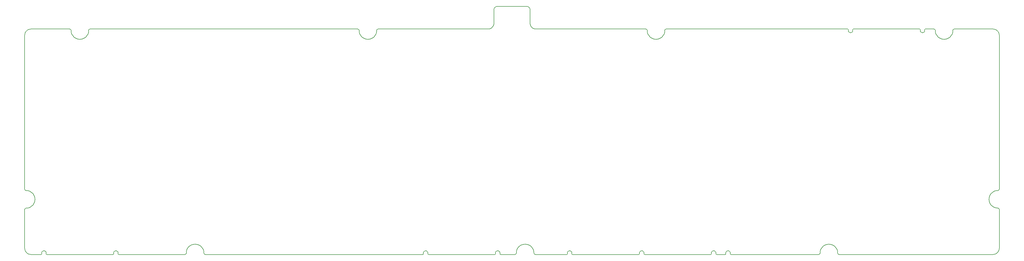
<source format=gm1>
G04 #@! TF.GenerationSoftware,KiCad,Pcbnew,(5.99.0-10161-g3a96736b1f)*
G04 #@! TF.CreationDate,2021-06-27T22:26:18+03:00*
G04 #@! TF.ProjectId,lyra_beta,6c797261-5f62-4657-9461-2e6b69636164,rev?*
G04 #@! TF.SameCoordinates,Original*
G04 #@! TF.FileFunction,Profile,NP*
%FSLAX46Y46*%
G04 Gerber Fmt 4.6, Leading zero omitted, Abs format (unit mm)*
G04 Created by KiCad (PCBNEW (5.99.0-10161-g3a96736b1f)) date 2021-06-27 22:26:18*
%MOMM*%
%LPD*%
G01*
G04 APERTURE LIST*
%ADD10C,0.200000*%
G04 APERTURE END LIST*
D10*
X385763100Y-61350000D02*
X385466596Y-61335027D01*
X385178656Y-61291085D01*
X384900738Y-61219634D01*
X384634300Y-61122135D01*
X384380799Y-61000050D01*
X384141693Y-60854840D01*
X383918441Y-60687965D01*
X383712500Y-60500887D01*
X383525327Y-60295067D01*
X383358381Y-60071967D01*
X383213119Y-59833048D01*
X383091000Y-59579770D01*
X382993480Y-59313595D01*
X382922018Y-59035984D01*
X382878072Y-58748399D01*
X382863100Y-58452300D01*
X110916800Y-132549800D02*
X111104895Y-132456882D01*
X111160300Y-132299900D01*
X235087100Y-57949200D02*
X198659000Y-57950000D01*
X388663100Y-58450000D02*
X388648127Y-58746503D01*
X388604181Y-59034443D01*
X388532719Y-59312361D01*
X388435200Y-59578800D01*
X388313080Y-59832300D01*
X388167818Y-60071406D01*
X388000872Y-60294658D01*
X387813700Y-60500600D01*
X387607758Y-60687772D01*
X387384506Y-60854718D01*
X387145400Y-60999980D01*
X386891900Y-61122100D01*
X386625461Y-61219619D01*
X386347543Y-61291081D01*
X386059603Y-61335027D01*
X385763100Y-61350000D01*
X141512000Y-132549800D02*
X212320200Y-132550099D01*
X135212699Y-132051899D02*
X135212600Y-132049800D01*
X309556100Y-131325699D02*
X309779122Y-131359418D01*
X309975426Y-131453790D01*
X310134832Y-131598634D01*
X310247159Y-131783770D01*
X310302227Y-131999018D01*
X310306100Y-132075699D01*
X310957300Y-132550000D02*
X311557300Y-132550000D01*
X404011899Y-110898700D02*
X404011899Y-60050000D01*
X377862300Y-58424300D02*
X377862300Y-58200000D01*
X250135300Y-132048900D02*
X250135200Y-132071700D01*
X377612300Y-57950000D02*
X376931656Y-57950000D01*
X376251013Y-57950000D01*
X375570371Y-57950000D01*
X374889729Y-57950000D01*
X374209087Y-57950000D01*
X373528446Y-57950000D01*
X372847806Y-57950000D01*
X372167165Y-57950000D01*
X371486525Y-57950000D01*
X370805885Y-57950000D01*
X370125246Y-57950000D01*
X369444606Y-57950000D01*
X368763967Y-57950000D01*
X368083328Y-57950000D01*
X367402689Y-57950000D01*
X366722050Y-57950000D01*
X366041410Y-57950000D01*
X365360771Y-57950000D01*
X364680132Y-57950000D01*
X363999493Y-57950000D01*
X363318853Y-57950000D01*
X362638214Y-57950000D01*
X361957574Y-57950000D01*
X361276934Y-57950000D01*
X360596293Y-57950000D01*
X359915653Y-57950000D01*
X359235012Y-57950000D01*
X358554370Y-57950000D01*
X357873728Y-57950000D01*
X357193086Y-57950000D01*
X356512443Y-57950000D01*
X355831800Y-57950000D01*
X82245800Y-111400500D02*
X82262100Y-111400300D01*
X261944000Y-131325699D02*
X262167022Y-131359418D01*
X262363326Y-131453790D01*
X262522732Y-131598634D01*
X262635059Y-131783770D01*
X262690127Y-131999018D01*
X262694000Y-132075699D01*
X87129799Y-132549900D02*
X87314863Y-132468005D01*
X87379799Y-132299900D01*
X236910800Y-56049600D02*
X236890766Y-56310589D01*
X236832323Y-56568986D01*
X236737956Y-56819750D01*
X236610150Y-57057842D01*
X236451392Y-57278222D01*
X236264168Y-57475849D01*
X236050963Y-57645686D01*
X235814262Y-57782690D01*
X235556552Y-57881824D01*
X235280319Y-57938046D01*
X235087100Y-57949200D01*
X353758900Y-57950000D02*
X293912700Y-57950000D01*
X403533600Y-111398200D02*
X403742375Y-111342581D01*
X403903726Y-111209354D01*
X403997041Y-111020103D01*
X404011899Y-110898700D01*
X389162900Y-57950000D02*
X388951727Y-57996698D01*
X388784546Y-58123588D01*
X388682994Y-58310860D01*
X388662900Y-58433700D01*
X88879799Y-132299900D02*
X88961693Y-132484964D01*
X89129799Y-132549900D01*
X404011899Y-117698399D02*
X403963247Y-117482910D01*
X403831797Y-117314211D01*
X403639306Y-117214888D01*
X403514000Y-117198000D01*
X214338300Y-131325699D02*
X214561322Y-131359418D01*
X214757626Y-131453790D01*
X214917032Y-131598634D01*
X215029359Y-131783770D01*
X215084427Y-131999018D01*
X215088300Y-132075699D01*
X285775600Y-131325699D02*
X285998622Y-131359418D01*
X286194926Y-131453790D01*
X286354332Y-131598634D01*
X286466659Y-131783770D01*
X286521727Y-131999018D01*
X286525600Y-132075699D01*
X237413500Y-132075699D02*
X237447219Y-131852676D01*
X237541591Y-131656372D01*
X237686435Y-131496966D01*
X237871571Y-131384639D01*
X238086819Y-131329571D01*
X238163500Y-131325699D01*
X81762100Y-60050000D02*
X81762100Y-110900500D01*
X103412000Y-57950000D02*
X103200826Y-57996698D01*
X103033645Y-58123588D01*
X102932094Y-58310860D01*
X102912000Y-58433700D01*
X215088300Y-132075699D02*
X215088300Y-132300000D01*
X134712300Y-132549800D02*
X134927789Y-132501148D01*
X135096488Y-132369697D01*
X135195810Y-132177205D01*
X135212699Y-132051899D01*
X81762100Y-130449999D02*
X81773000Y-130663805D01*
X81804981Y-130871644D01*
X81856965Y-131072433D01*
X81927873Y-131265094D01*
X82016625Y-131448548D01*
X82122143Y-131621713D01*
X82243349Y-131783511D01*
X82379162Y-131932862D01*
X82528505Y-132068686D01*
X82690298Y-132189903D01*
X82863462Y-132295433D01*
X83046920Y-132384198D01*
X83239591Y-132455117D01*
X83440397Y-132507109D01*
X83648260Y-132539097D01*
X83862100Y-132550000D01*
X212320200Y-132550099D02*
X212320200Y-132550000D01*
X83862100Y-57950000D02*
X83648144Y-57960892D01*
X83440196Y-57992853D01*
X83239331Y-58044805D01*
X83046624Y-58115675D01*
X82863152Y-58204384D01*
X82689990Y-58309859D01*
X82528214Y-58431023D01*
X82378899Y-58566800D01*
X82243122Y-58716114D01*
X82121959Y-58877890D01*
X82016484Y-59051052D01*
X81927774Y-59234525D01*
X81856905Y-59427231D01*
X81804953Y-59628096D01*
X81772992Y-59836044D01*
X81762100Y-60050000D01*
X81762100Y-117700200D02*
X81762100Y-130449999D01*
X350563000Y-132048900D02*
X350562900Y-132071700D01*
X344763000Y-132050000D02*
X344777972Y-131753495D01*
X344821918Y-131465555D01*
X344893380Y-131187637D01*
X344990900Y-130921199D01*
X345113019Y-130667698D01*
X345258281Y-130428593D01*
X345425227Y-130205340D01*
X345612400Y-129999399D01*
X345818341Y-129812227D01*
X346041593Y-129645280D01*
X346280699Y-129500019D01*
X346534200Y-129377899D01*
X346800638Y-129280380D01*
X347078556Y-129208918D01*
X347366496Y-129164972D01*
X347663000Y-129150000D01*
X250686900Y-57950000D02*
X250400319Y-57925365D01*
X250130356Y-57854776D01*
X249879537Y-57743204D01*
X249650390Y-57595619D01*
X249445440Y-57416993D01*
X249267214Y-57212296D01*
X249118240Y-56986500D01*
X249001045Y-56744576D01*
X248918154Y-56491494D01*
X248872095Y-56232227D01*
X248863100Y-56058400D01*
X113911499Y-132549900D02*
X134712300Y-132549800D01*
X247235300Y-129150000D02*
X247531879Y-129164973D01*
X247820026Y-129208920D01*
X248098253Y-129280381D01*
X248365070Y-129377896D01*
X248618990Y-129500006D01*
X248858525Y-129645249D01*
X249082187Y-129812167D01*
X249288487Y-129999300D01*
X249475938Y-130205187D01*
X249643050Y-130428369D01*
X249788337Y-130667386D01*
X249910310Y-130920778D01*
X250007481Y-131187085D01*
X250078362Y-131464848D01*
X250121464Y-131752606D01*
X250135300Y-132048900D01*
X350562900Y-132071700D02*
X350618518Y-132280476D01*
X350751745Y-132441826D01*
X350940996Y-132535142D01*
X351062400Y-132550000D01*
X378612300Y-59174300D02*
X378389277Y-59140580D01*
X378192973Y-59046208D01*
X378033567Y-58901364D01*
X377921240Y-58716228D01*
X377866172Y-58500980D01*
X377862300Y-58424300D01*
X110910300Y-132549900D02*
X110916800Y-132549800D01*
X243835000Y-132550000D02*
X244050489Y-132501348D01*
X244219188Y-132369897D01*
X244318511Y-132177406D01*
X244335400Y-132052100D01*
X287613000Y-58444500D02*
X287562021Y-58229723D01*
X287429187Y-58062630D01*
X287237057Y-57965512D01*
X287113000Y-57950000D01*
X262694000Y-132300000D02*
X262775894Y-132485064D01*
X262944000Y-132550000D01*
X379612300Y-57950000D02*
X379427235Y-58031894D01*
X379362300Y-58200000D01*
X83862100Y-132550000D02*
X87129799Y-132549900D01*
X284195800Y-132550000D02*
X284775600Y-132550000D01*
X212320200Y-132550000D02*
X213338300Y-132550000D01*
X403510800Y-111398100D02*
X403533600Y-111398200D01*
X238011000Y-50449900D02*
X237790923Y-50472503D01*
X237585198Y-50537218D01*
X237398446Y-50639406D01*
X237235287Y-50774425D01*
X237100342Y-50937634D01*
X236998232Y-51124393D01*
X236933578Y-51330062D01*
X236911000Y-51550000D01*
X88129799Y-131325600D02*
X88352821Y-131359319D01*
X88549125Y-131453691D01*
X88708531Y-131598535D01*
X88820858Y-131783671D01*
X88875926Y-131998919D01*
X88879799Y-132075600D01*
X310306100Y-132075699D02*
X310306100Y-132300000D01*
X287612900Y-58452300D02*
X287613000Y-58444500D01*
X87379799Y-132299900D02*
X87379799Y-132075600D01*
X382863200Y-58444500D02*
X382812221Y-58229723D01*
X382679387Y-58062630D01*
X382487257Y-57965512D01*
X382363200Y-57950000D01*
X403511899Y-117198100D02*
X403215395Y-117183127D01*
X402927455Y-117139181D01*
X402649537Y-117067719D01*
X402383099Y-116970200D01*
X402129598Y-116848080D01*
X401890493Y-116702818D01*
X401667241Y-116535872D01*
X401461299Y-116348700D01*
X401274127Y-116142758D01*
X401107181Y-115919506D01*
X400961919Y-115680400D01*
X400839799Y-115426900D01*
X400742280Y-115160461D01*
X400670818Y-114882543D01*
X400626872Y-114594603D01*
X400611900Y-114298100D01*
X382863100Y-58452300D02*
X382863200Y-58444500D01*
X285025600Y-132300000D02*
X285025600Y-132075699D01*
X354081800Y-58424300D02*
X354081800Y-58200000D01*
X244335300Y-132050000D02*
X244337731Y-131753792D01*
X244372369Y-131466073D01*
X244437421Y-131188306D01*
X244531095Y-130921959D01*
X244651598Y-130668496D01*
X244797138Y-130429384D01*
X244965924Y-130206088D01*
X245156162Y-130000075D01*
X245366061Y-129812808D01*
X245593828Y-129645755D01*
X245837671Y-129500382D01*
X246095798Y-129378153D01*
X246366417Y-129280534D01*
X246647734Y-129208992D01*
X246937960Y-129164992D01*
X247235300Y-129150000D01*
X237163500Y-132550000D02*
X237348564Y-132468105D01*
X237413500Y-132300000D01*
X286775600Y-132550000D02*
X287456243Y-132550000D01*
X288136886Y-132550000D01*
X288817528Y-132550000D01*
X289498170Y-132550000D01*
X290178812Y-132550000D01*
X290859453Y-132550000D01*
X291540093Y-132550000D01*
X292220734Y-132550000D01*
X292901374Y-132550000D01*
X293582014Y-132550000D01*
X294262653Y-132550000D01*
X294943293Y-132550000D01*
X295623932Y-132550000D01*
X296304571Y-132550000D01*
X296985210Y-132550000D01*
X297665850Y-132550000D01*
X298346489Y-132550000D01*
X299027128Y-132550000D01*
X299707767Y-132550000D01*
X300388406Y-132550000D01*
X301069046Y-132550000D01*
X301749685Y-132550000D01*
X302430325Y-132550000D01*
X303110965Y-132550000D01*
X303791606Y-132550000D01*
X304472246Y-132550000D01*
X305152887Y-132550000D01*
X305833529Y-132550000D01*
X306514171Y-132550000D01*
X307194813Y-132550000D01*
X307875456Y-132550000D01*
X308556100Y-132550000D01*
X293912700Y-57950000D02*
X293701527Y-57996698D01*
X293534346Y-58123588D01*
X293432794Y-58310860D01*
X293412700Y-58433700D01*
X285025600Y-132075699D02*
X285059319Y-131852676D01*
X285153691Y-131656372D01*
X285298535Y-131496966D01*
X285483671Y-131384639D01*
X285698919Y-131329571D01*
X285775600Y-131325699D01*
X112660300Y-132075600D02*
X112660300Y-132299900D01*
X111910300Y-131325600D02*
X112133322Y-131359319D01*
X112329626Y-131453691D01*
X112489032Y-131598535D01*
X112601359Y-131783671D01*
X112656427Y-131998919D01*
X112660300Y-132075600D01*
X310556100Y-132550000D02*
X310957300Y-132550000D01*
X213338300Y-132550000D02*
X213523364Y-132468105D01*
X213588300Y-132300000D01*
X87379799Y-132075600D02*
X87413518Y-131852577D01*
X87507891Y-131656273D01*
X87652735Y-131496867D01*
X87837871Y-131384540D01*
X88053118Y-131329472D01*
X88129799Y-131325600D01*
X100012200Y-61350000D02*
X99715695Y-61335027D01*
X99427755Y-61291085D01*
X99149837Y-61219634D01*
X98883399Y-61122135D01*
X98629898Y-61000050D01*
X98390793Y-60854840D01*
X98167540Y-60687965D01*
X97961599Y-60500887D01*
X97774427Y-60295067D01*
X97607480Y-60071967D01*
X97462219Y-59833048D01*
X97340099Y-59579770D01*
X97242580Y-59313595D01*
X97171118Y-59035984D01*
X97127172Y-58748399D01*
X97112200Y-58452300D01*
X192359300Y-58444500D02*
X192308321Y-58229723D01*
X192175487Y-58062630D01*
X191983357Y-57965512D01*
X191859300Y-57950000D01*
X191859300Y-57950000D02*
X103412000Y-57950000D01*
X248863100Y-56058400D02*
X248863100Y-51550000D01*
X354081800Y-58200000D02*
X353999905Y-58014935D01*
X353831800Y-57950000D01*
X239163500Y-132550000D02*
X239455473Y-132550000D01*
X239747445Y-132550000D01*
X240039415Y-132550000D01*
X240331384Y-132550000D01*
X240623351Y-132550000D01*
X240915318Y-132550000D01*
X241207284Y-132550000D01*
X241499250Y-132550000D01*
X241791215Y-132550000D01*
X242083181Y-132550000D01*
X242375148Y-132550000D01*
X242667115Y-132550000D01*
X242959084Y-132550000D01*
X243251054Y-132550000D01*
X243543026Y-132550000D01*
X243835000Y-132550000D01*
X314318600Y-131325699D02*
X314541622Y-131359418D01*
X314737926Y-131453790D01*
X314897332Y-131598634D01*
X315009659Y-131783770D01*
X315064727Y-131999018D01*
X315068600Y-132075699D01*
X403514000Y-117198000D02*
X403511899Y-117198100D01*
X260944000Y-132550000D02*
X261129064Y-132468105D01*
X261194000Y-132300000D01*
X388662900Y-58433700D02*
X388663100Y-58450000D01*
X250634700Y-132550000D02*
X250956862Y-132550000D01*
X251279026Y-132550000D01*
X251601189Y-132550000D01*
X251923354Y-132550000D01*
X252245519Y-132550000D01*
X252567684Y-132550000D01*
X252889849Y-132550000D01*
X253212015Y-132550000D01*
X253534181Y-132550000D01*
X253856348Y-132550000D01*
X254178514Y-132550000D01*
X254500681Y-132550000D01*
X254822848Y-132550000D01*
X255145015Y-132550000D01*
X255467182Y-132550000D01*
X255789350Y-132550000D01*
X256111517Y-132550000D01*
X256433684Y-132550000D01*
X256755851Y-132550000D01*
X257078018Y-132550000D01*
X257400185Y-132550000D01*
X257722351Y-132550000D01*
X258044518Y-132550000D01*
X258366684Y-132550000D01*
X258688850Y-132550000D01*
X259011015Y-132550000D01*
X259333180Y-132550000D01*
X259655345Y-132550000D01*
X259977510Y-132550000D01*
X260299673Y-132550000D01*
X260621837Y-132550000D01*
X260944000Y-132550000D01*
X141012500Y-132071500D02*
X141068118Y-132280276D01*
X141201345Y-132441626D01*
X141390596Y-132534942D01*
X141512000Y-132549800D01*
X89129799Y-132549900D02*
X110910300Y-132549900D01*
X192359200Y-58452300D02*
X192359300Y-58444500D01*
X198159200Y-58450000D02*
X198144227Y-58746503D01*
X198100281Y-59034443D01*
X198028819Y-59312361D01*
X197931299Y-59578800D01*
X197809180Y-59832300D01*
X197663918Y-60071406D01*
X197496972Y-60294658D01*
X197309799Y-60500600D01*
X197103858Y-60687772D01*
X196880605Y-60854718D01*
X196641500Y-60999980D01*
X196387999Y-61122100D01*
X196121561Y-61219619D01*
X195843643Y-61291081D01*
X195555703Y-61335027D01*
X195259200Y-61350000D01*
X351062400Y-132550000D02*
X352478358Y-132550000D01*
X353915856Y-132550000D01*
X355373856Y-132550000D01*
X356851320Y-132550000D01*
X358347212Y-132550000D01*
X359860494Y-132550000D01*
X361390129Y-132550000D01*
X362935079Y-132550000D01*
X364494308Y-132550000D01*
X366066779Y-132550000D01*
X367651453Y-132550000D01*
X369247295Y-132550000D01*
X370853266Y-132550000D01*
X372468330Y-132550000D01*
X374091450Y-132550000D01*
X375721587Y-132550000D01*
X377357705Y-132550000D01*
X378998768Y-132550000D01*
X380643736Y-132550000D01*
X382291574Y-132550000D01*
X383941245Y-132550000D01*
X385591710Y-132550000D01*
X387241933Y-132550000D01*
X388890876Y-132550000D01*
X390537503Y-132550000D01*
X392180776Y-132550000D01*
X393819658Y-132550000D01*
X395453111Y-132550000D01*
X397080100Y-132550000D01*
X398699585Y-132550000D01*
X400310531Y-132550000D01*
X401911900Y-132550000D01*
X213588300Y-132075699D02*
X213622019Y-131852676D01*
X213716391Y-131656372D01*
X213861235Y-131496966D01*
X214046371Y-131384639D01*
X214261619Y-131329571D01*
X214338300Y-131325699D01*
X262944000Y-132550000D02*
X283757500Y-132550000D01*
X236911000Y-51550000D02*
X236910800Y-56049600D01*
X313568600Y-132075699D02*
X313602319Y-131852676D01*
X313696691Y-131656372D01*
X313841535Y-131496966D01*
X314026671Y-131384639D01*
X314241919Y-131329571D01*
X314318600Y-131325699D01*
X308806100Y-132075699D02*
X308839819Y-131852676D01*
X308934191Y-131656372D01*
X309079035Y-131496966D01*
X309264171Y-131384639D01*
X309479419Y-131329571D01*
X309556100Y-131325699D01*
X287113000Y-57950000D02*
X250686900Y-57950000D01*
X355581800Y-58424300D02*
X355548080Y-58647322D01*
X355453708Y-58843626D01*
X355308864Y-59003032D01*
X355123728Y-59115359D01*
X354908480Y-59170427D01*
X354831800Y-59174300D01*
X112910300Y-132549900D02*
X113911499Y-132549900D01*
X293412900Y-58450000D02*
X293397927Y-58746503D01*
X293353981Y-59034443D01*
X293282519Y-59312361D01*
X293185000Y-59578800D01*
X293062880Y-59832300D01*
X292917618Y-60071406D01*
X292750672Y-60294658D01*
X292563500Y-60500600D01*
X292357558Y-60687772D01*
X292134306Y-60854718D01*
X291895200Y-60999980D01*
X291641700Y-61122100D01*
X291375261Y-61219619D01*
X291097343Y-61291081D01*
X290809403Y-61335027D01*
X290512900Y-61350000D01*
X382363200Y-57950000D02*
X379612300Y-57950000D01*
X215088300Y-132300000D02*
X215170194Y-132485064D01*
X215338300Y-132550000D01*
X355831800Y-57950000D02*
X355646735Y-58031894D01*
X355581800Y-58200000D01*
X344262700Y-132550000D02*
X344478189Y-132501348D01*
X344646887Y-132369897D01*
X344746210Y-132177406D01*
X344763100Y-132052100D01*
X247763200Y-50449900D02*
X247458446Y-50449900D01*
X247153692Y-50449900D01*
X246848938Y-50449900D01*
X246544183Y-50449900D01*
X246239427Y-50449900D01*
X245934672Y-50449900D01*
X245629915Y-50449900D01*
X245325159Y-50449900D01*
X245020402Y-50449900D01*
X244715645Y-50449900D01*
X244410888Y-50449900D01*
X244106130Y-50449900D01*
X243801373Y-50449900D01*
X243496615Y-50449900D01*
X243191857Y-50449900D01*
X242887100Y-50449900D01*
X242582342Y-50449900D01*
X242277584Y-50449900D01*
X241972826Y-50449900D01*
X241668069Y-50449900D01*
X241363311Y-50449900D01*
X241058554Y-50449900D01*
X240753797Y-50449900D01*
X240449040Y-50449900D01*
X240144284Y-50449900D01*
X239839527Y-50449900D01*
X239534772Y-50449900D01*
X239230016Y-50449900D01*
X238925261Y-50449900D01*
X238620507Y-50449900D01*
X238315753Y-50449900D01*
X238011000Y-50449900D01*
X238913500Y-132075699D02*
X238913500Y-132300000D01*
X250135200Y-132071700D02*
X250190818Y-132280476D01*
X250324045Y-132441826D01*
X250513296Y-132535142D01*
X250634700Y-132550000D01*
X401911900Y-57950000D02*
X389162900Y-57950000D01*
X111160300Y-132299900D02*
X111160300Y-132075600D01*
X112903799Y-132549800D02*
X112910300Y-132549900D01*
X198659000Y-57950000D02*
X198447827Y-57996698D01*
X198280646Y-58123588D01*
X198179094Y-58310860D01*
X198159000Y-58433700D01*
X261194000Y-132075699D02*
X261227719Y-131852676D01*
X261322091Y-131656372D01*
X261466935Y-131496966D01*
X261652071Y-131384639D01*
X261867319Y-131329571D01*
X261944000Y-131325699D01*
X313568600Y-132300000D02*
X313568600Y-132075699D01*
X237413500Y-132300000D02*
X237413500Y-132075699D01*
X102912000Y-58433700D02*
X102912200Y-58450000D01*
X82256599Y-117200200D02*
X82041822Y-117251178D01*
X81874730Y-117384012D01*
X81777612Y-117576142D01*
X81762100Y-117700200D01*
X97112300Y-58444500D02*
X97061321Y-58229723D01*
X96928487Y-58062630D01*
X96736357Y-57965512D01*
X96612300Y-57950000D01*
X404011899Y-60050000D02*
X404001002Y-59836110D01*
X403969029Y-59628211D01*
X403917058Y-59427380D01*
X403846167Y-59234693D01*
X403757433Y-59051229D01*
X403651934Y-58878066D01*
X403530746Y-58716280D01*
X403394949Y-58566950D01*
X403245618Y-58431152D01*
X403083832Y-58309964D01*
X402910669Y-58204465D01*
X402727205Y-58115731D01*
X402534519Y-58044840D01*
X402333687Y-57992869D01*
X402125788Y-57960896D01*
X401911900Y-57950000D01*
X315068600Y-132300000D02*
X315150494Y-132485064D01*
X315318600Y-132550000D01*
X283757500Y-132550000D02*
X284195800Y-132550000D01*
X355581800Y-58200000D02*
X355581800Y-58424300D01*
X215338300Y-132550000D02*
X216020340Y-132550000D01*
X216702380Y-132550000D01*
X217384419Y-132550000D01*
X218066458Y-132550000D01*
X218748496Y-132550000D01*
X219430534Y-132550000D01*
X220112572Y-132550000D01*
X220794609Y-132550000D01*
X221476646Y-132550000D01*
X222158683Y-132550000D01*
X222840719Y-132550000D01*
X223522755Y-132550000D01*
X224204792Y-132550000D01*
X224886828Y-132550000D01*
X225568864Y-132550000D01*
X226250900Y-132550000D01*
X226932935Y-132550000D01*
X227614971Y-132550000D01*
X228297007Y-132550000D01*
X228979044Y-132550000D01*
X229661080Y-132550000D01*
X230343116Y-132550000D01*
X231025153Y-132550000D01*
X231707190Y-132550000D01*
X232389227Y-132550000D01*
X233071265Y-132550000D01*
X233753303Y-132550000D01*
X234435341Y-132550000D01*
X235117380Y-132550000D01*
X235799419Y-132550000D01*
X236481459Y-132550000D01*
X237163500Y-132550000D01*
X311557300Y-132550000D02*
X313318600Y-132550000D01*
X96612300Y-57950000D02*
X96310139Y-57950000D01*
X95948983Y-57950000D01*
X95720711Y-57950000D01*
X95462481Y-57950000D01*
X95175672Y-57950000D01*
X94861662Y-57950000D01*
X94521831Y-57950000D01*
X94157557Y-57950000D01*
X93770218Y-57950000D01*
X93361193Y-57950000D01*
X92931860Y-57950000D01*
X92483600Y-57950000D01*
X92017789Y-57950000D01*
X91535806Y-57950000D01*
X91039031Y-57950000D01*
X90528842Y-57950000D01*
X90006618Y-57950000D01*
X89473737Y-57950000D01*
X88931577Y-57950000D01*
X88381518Y-57950000D01*
X87824938Y-57950000D01*
X87263216Y-57950000D01*
X86697730Y-57950000D01*
X86129860Y-57950000D01*
X85560983Y-57950000D01*
X84992478Y-57950000D01*
X84425724Y-57950000D01*
X83862100Y-57950000D01*
X313318600Y-132550000D02*
X313503664Y-132468105D01*
X313568600Y-132300000D01*
X213588300Y-132300000D02*
X213588300Y-132075699D01*
X290512900Y-61350000D02*
X290216396Y-61335027D01*
X289928456Y-61291085D01*
X289650538Y-61219634D01*
X289384100Y-61122135D01*
X289130599Y-61000050D01*
X288891493Y-60854840D01*
X288668241Y-60687965D01*
X288462300Y-60500887D01*
X288275127Y-60295067D01*
X288108181Y-60071967D01*
X287962919Y-59833048D01*
X287840800Y-59579770D01*
X287743280Y-59313595D01*
X287671818Y-59035984D01*
X287627872Y-58748399D01*
X287612900Y-58452300D01*
X401911900Y-132550000D02*
X402125690Y-132539096D01*
X402333515Y-132507105D01*
X402534296Y-132455108D01*
X402726952Y-132384184D01*
X402910403Y-132295413D01*
X403083569Y-132189876D01*
X403245369Y-132068653D01*
X403394724Y-131932824D01*
X403530553Y-131783469D01*
X403651776Y-131621669D01*
X403757313Y-131448503D01*
X403846083Y-131265052D01*
X403917007Y-131072396D01*
X403969004Y-130871615D01*
X404000995Y-130663789D01*
X404011899Y-130449999D01*
X82262100Y-111400300D02*
X82558603Y-111415272D01*
X82846543Y-111459218D01*
X83124461Y-111530680D01*
X83390900Y-111628200D01*
X83644400Y-111750319D01*
X83883506Y-111895581D01*
X84106758Y-112062527D01*
X84312700Y-112249700D01*
X84499872Y-112455641D01*
X84666818Y-112678893D01*
X84812080Y-112917999D01*
X84934200Y-113171500D01*
X85031719Y-113437938D01*
X85103181Y-113715856D01*
X85147127Y-114003796D01*
X85162100Y-114300300D01*
X261194000Y-132300000D02*
X261194000Y-132075699D01*
X293412700Y-58433700D02*
X293412900Y-58450000D01*
X310306100Y-132300000D02*
X310387994Y-132485064D01*
X310556100Y-132550000D01*
X315068600Y-132075699D02*
X315068600Y-132300000D01*
X112660300Y-132299900D02*
X112748654Y-132490639D01*
X112903799Y-132549800D01*
X377862300Y-58200000D02*
X377780405Y-58014935D01*
X377612300Y-57950000D01*
X81762100Y-110900500D02*
X81808798Y-111111672D01*
X81935688Y-111278853D01*
X82122960Y-111380405D01*
X82245800Y-111400500D01*
X82264400Y-117200300D02*
X82256599Y-117200200D01*
X238163500Y-131325699D02*
X238386522Y-131359418D01*
X238582826Y-131453790D01*
X238742232Y-131598634D01*
X238854559Y-131783770D01*
X238909627Y-131999018D01*
X238913500Y-132075699D01*
X284775600Y-132550000D02*
X284960664Y-132468105D01*
X285025600Y-132300000D01*
X286525600Y-132300000D02*
X286607494Y-132485064D01*
X286775600Y-132550000D01*
X400611900Y-114298100D02*
X400626872Y-114001596D01*
X400670816Y-113713656D01*
X400742273Y-113435738D01*
X400839782Y-113169300D01*
X400961885Y-112915799D01*
X401107123Y-112676693D01*
X401274035Y-112453441D01*
X401461162Y-112247500D01*
X401667045Y-112060327D01*
X401890225Y-111893381D01*
X402129241Y-111748119D01*
X402382635Y-111626000D01*
X402648948Y-111528480D01*
X402926719Y-111457018D01*
X403214489Y-111413072D01*
X403510800Y-111398100D01*
X85162100Y-114300300D02*
X85147127Y-114596803D01*
X85103185Y-114884743D01*
X85031734Y-115162661D01*
X84934235Y-115429100D01*
X84812150Y-115682600D01*
X84666940Y-115921706D01*
X84500065Y-116144958D01*
X84312987Y-116350900D01*
X84107167Y-116538072D01*
X83884067Y-116705018D01*
X83645148Y-116850280D01*
X83391870Y-116972400D01*
X83125695Y-117069919D01*
X82848084Y-117141381D01*
X82560499Y-117185327D01*
X82264400Y-117200300D01*
X135212600Y-132049800D02*
X135215031Y-131753592D01*
X135249669Y-131465872D01*
X135314721Y-131188106D01*
X135408395Y-130921758D01*
X135528898Y-130668296D01*
X135674438Y-130429184D01*
X135843224Y-130205888D01*
X136033462Y-129999874D01*
X136243361Y-129812608D01*
X136471128Y-129645555D01*
X136714971Y-129500181D01*
X136973098Y-129377952D01*
X137243717Y-129280334D01*
X137525034Y-129208792D01*
X137815260Y-129164792D01*
X138112600Y-129149800D01*
X141012600Y-132048700D02*
X141012500Y-132071500D01*
X286525600Y-132075699D02*
X286525600Y-132300000D01*
X308556100Y-132550000D02*
X308741164Y-132468105D01*
X308806100Y-132300000D01*
X344763100Y-132052100D02*
X344763000Y-132050000D01*
X244335400Y-132052100D02*
X244335300Y-132050000D01*
X88879799Y-132075600D02*
X88879799Y-132299900D01*
X316319800Y-132550000D02*
X344262700Y-132550000D01*
X111160300Y-132075600D02*
X111194019Y-131852577D01*
X111288391Y-131656273D01*
X111433235Y-131496867D01*
X111618371Y-131384540D01*
X111833619Y-131329472D01*
X111910300Y-131325600D01*
X195259200Y-61350000D02*
X194962696Y-61335027D01*
X194674756Y-61291085D01*
X194396838Y-61219634D01*
X194130400Y-61122135D01*
X193876899Y-61000050D01*
X193637793Y-60854840D01*
X193414541Y-60687965D01*
X193208600Y-60500887D01*
X193021427Y-60295067D01*
X192854481Y-60071967D01*
X192709219Y-59833048D01*
X192587100Y-59579770D01*
X192489580Y-59313595D01*
X192418118Y-59035984D01*
X192374172Y-58748399D01*
X192359200Y-58452300D01*
X262694000Y-132075699D02*
X262694000Y-132300000D01*
X353831800Y-57950000D02*
X353758900Y-57950000D01*
X102912200Y-58450000D02*
X102897227Y-58746503D01*
X102853281Y-59034443D01*
X102781819Y-59312361D01*
X102684300Y-59578800D01*
X102562180Y-59832300D01*
X102416918Y-60071406D01*
X102249972Y-60294658D01*
X102062800Y-60500600D01*
X101856858Y-60687772D01*
X101633606Y-60854718D01*
X101394500Y-60999980D01*
X101141000Y-61122100D01*
X100874561Y-61219619D01*
X100596643Y-61291081D01*
X100308703Y-61335027D01*
X100012200Y-61350000D01*
X308806100Y-132300000D02*
X308806100Y-132075699D01*
X347663000Y-129150000D02*
X347959503Y-129164972D01*
X348247443Y-129208916D01*
X348525361Y-129280373D01*
X348791800Y-129377882D01*
X349045300Y-129499985D01*
X349284406Y-129645222D01*
X349507658Y-129812134D01*
X349713600Y-129999262D01*
X349900772Y-130205145D01*
X350067718Y-130428324D01*
X350212980Y-130667341D01*
X350335100Y-130920735D01*
X350432619Y-131187047D01*
X350504081Y-131464819D01*
X350548027Y-131752589D01*
X350563000Y-132048900D01*
X404011899Y-130449999D02*
X404011899Y-117698399D01*
X354831800Y-59174300D02*
X354608777Y-59140580D01*
X354412473Y-59046208D01*
X354253067Y-58901364D01*
X354140740Y-58716228D01*
X354085672Y-58500980D01*
X354081800Y-58424300D01*
X315318600Y-132550000D02*
X316319800Y-132550000D01*
X379362300Y-58200000D02*
X379362300Y-58424300D01*
X248863100Y-51550000D02*
X248840665Y-51328942D01*
X248776360Y-51122748D01*
X248674685Y-50935920D01*
X248540137Y-50772962D01*
X248377216Y-50638377D01*
X248190420Y-50536670D01*
X247984248Y-50472343D01*
X247763200Y-50449900D01*
X379362300Y-58424300D02*
X379328580Y-58647322D01*
X379234208Y-58843626D01*
X379089364Y-59003032D01*
X378904228Y-59115359D01*
X378688980Y-59170427D01*
X378612300Y-59174300D01*
X238913500Y-132300000D02*
X238995394Y-132485064D01*
X239163500Y-132550000D01*
X138112600Y-129149800D02*
X138409179Y-129164777D01*
X138697326Y-129208737D01*
X138975553Y-129280216D01*
X139242370Y-129377753D01*
X139496290Y-129499886D01*
X139735825Y-129645155D01*
X139959487Y-129812096D01*
X140165787Y-129999250D01*
X140353238Y-130205153D01*
X140520350Y-130428344D01*
X140665637Y-130667363D01*
X140787610Y-130920746D01*
X140884781Y-131187033D01*
X140955662Y-131464762D01*
X140998764Y-131752472D01*
X141012600Y-132048700D01*
X97112200Y-58452300D02*
X97112300Y-58444500D01*
X198159000Y-58433700D02*
X198159200Y-58450000D01*
M02*

</source>
